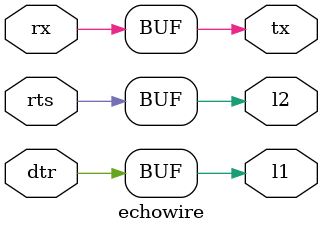
<source format=v>
module echowire(
  input wire rx,
  input wire dtr,
  input wire rts,
  output wire tx,
  output wire l1,
  output wire l2
  );

  assign tx = rx;
  assign l1 = dtr;
  assign l2 = rts;

endmodule

</source>
